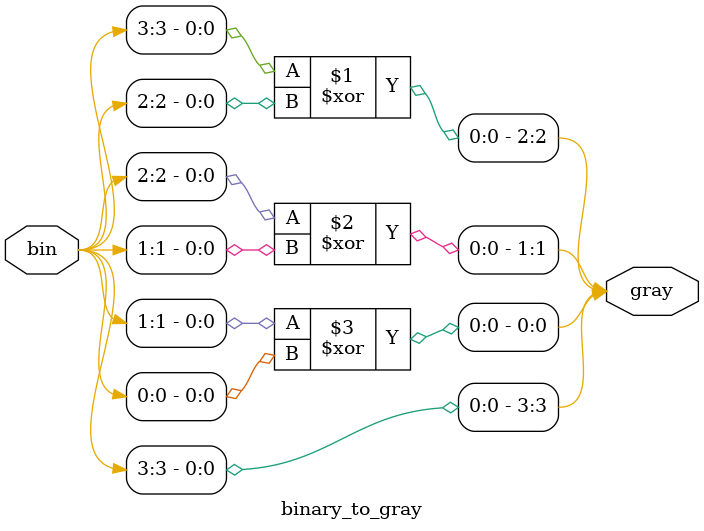
<source format=v>

module binary_to_gray(input [3:0] bin, output [3:0] gray);
    assign gray[3] = bin[3];
    assign gray[2] = bin[3] ^ bin[2];
    assign gray[1] = bin[2] ^ bin[1];
    assign gray[0] = bin[1] ^ bin[0];
endmodule




</source>
